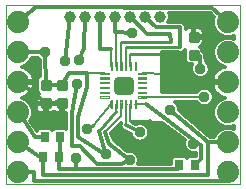
<source format=gtl>
G75*
%MOIN*%
%OFA0B0*%
%FSLAX24Y24*%
%IPPOS*%
%LPD*%
%AMOC8*
5,1,8,0,0,1.08239X$1,22.5*
%
%ADD10C,0.0000*%
%ADD11C,0.0740*%
%ADD12C,0.0039*%
%ADD13C,0.0303*%
%ADD14C,0.0088*%
%ADD15R,0.0276X0.0354*%
%ADD16C,0.0394*%
%ADD17C,0.0120*%
%ADD18C,0.0376*%
%ADD19C,0.0100*%
%ADD20C,0.0079*%
D10*
X001326Y001653D02*
X001325Y007643D01*
X009134Y007644D01*
X009137Y001646D01*
X001326Y001653D01*
D11*
X001730Y002055D03*
X001730Y003055D03*
X001730Y004055D03*
X001730Y005055D03*
X001730Y006055D03*
X001730Y007055D03*
X008730Y007055D03*
X008730Y006055D03*
X008730Y005055D03*
X008730Y004055D03*
X008730Y003055D03*
X008730Y002055D03*
D12*
X006008Y004583D02*
X005732Y004583D01*
X006008Y004583D02*
X006008Y004543D01*
X005732Y004543D01*
X005732Y004583D01*
X005732Y004581D02*
X006008Y004581D01*
X006008Y004741D02*
X005732Y004741D01*
X006008Y004741D02*
X006008Y004701D01*
X005732Y004701D01*
X005732Y004741D01*
X005732Y004739D02*
X006008Y004739D01*
X006008Y004898D02*
X005732Y004898D01*
X006008Y004898D02*
X006008Y004858D01*
X005732Y004858D01*
X005732Y004898D01*
X005732Y004896D02*
X006008Y004896D01*
X006008Y005056D02*
X005732Y005056D01*
X006008Y005056D02*
X006008Y005016D01*
X005732Y005016D01*
X005732Y005056D01*
X005732Y005054D02*
X006008Y005054D01*
X006008Y005213D02*
X005732Y005213D01*
X006008Y005213D02*
X006008Y005173D01*
X005732Y005173D01*
X005732Y005213D01*
X005732Y005211D02*
X006008Y005211D01*
X006008Y005371D02*
X005732Y005371D01*
X006008Y005371D02*
X006008Y005331D01*
X005732Y005331D01*
X005732Y005371D01*
X005732Y005369D02*
X006008Y005369D01*
X005614Y005449D02*
X005614Y005725D01*
X005654Y005725D01*
X005654Y005449D01*
X005614Y005449D01*
X005614Y005487D02*
X005654Y005487D01*
X005654Y005525D02*
X005614Y005525D01*
X005614Y005563D02*
X005654Y005563D01*
X005654Y005601D02*
X005614Y005601D01*
X005614Y005639D02*
X005654Y005639D01*
X005654Y005677D02*
X005614Y005677D01*
X005614Y005715D02*
X005654Y005715D01*
X005456Y005725D02*
X005456Y005449D01*
X005456Y005725D02*
X005496Y005725D01*
X005496Y005449D01*
X005456Y005449D01*
X005456Y005487D02*
X005496Y005487D01*
X005496Y005525D02*
X005456Y005525D01*
X005456Y005563D02*
X005496Y005563D01*
X005496Y005601D02*
X005456Y005601D01*
X005456Y005639D02*
X005496Y005639D01*
X005496Y005677D02*
X005456Y005677D01*
X005456Y005715D02*
X005496Y005715D01*
X005299Y005725D02*
X005299Y005449D01*
X005299Y005725D02*
X005339Y005725D01*
X005339Y005449D01*
X005299Y005449D01*
X005299Y005487D02*
X005339Y005487D01*
X005339Y005525D02*
X005299Y005525D01*
X005299Y005563D02*
X005339Y005563D01*
X005339Y005601D02*
X005299Y005601D01*
X005299Y005639D02*
X005339Y005639D01*
X005339Y005677D02*
X005299Y005677D01*
X005299Y005715D02*
X005339Y005715D01*
X005141Y005725D02*
X005141Y005449D01*
X005141Y005725D02*
X005181Y005725D01*
X005181Y005449D01*
X005141Y005449D01*
X005141Y005487D02*
X005181Y005487D01*
X005181Y005525D02*
X005141Y005525D01*
X005141Y005563D02*
X005181Y005563D01*
X005181Y005601D02*
X005141Y005601D01*
X005141Y005639D02*
X005181Y005639D01*
X005181Y005677D02*
X005141Y005677D01*
X005141Y005715D02*
X005181Y005715D01*
X004984Y005725D02*
X004984Y005449D01*
X004984Y005725D02*
X005024Y005725D01*
X005024Y005449D01*
X004984Y005449D01*
X004984Y005487D02*
X005024Y005487D01*
X005024Y005525D02*
X004984Y005525D01*
X004984Y005563D02*
X005024Y005563D01*
X005024Y005601D02*
X004984Y005601D01*
X004984Y005639D02*
X005024Y005639D01*
X005024Y005677D02*
X004984Y005677D01*
X004984Y005715D02*
X005024Y005715D01*
X004826Y005725D02*
X004826Y005449D01*
X004826Y005725D02*
X004866Y005725D01*
X004866Y005449D01*
X004826Y005449D01*
X004826Y005487D02*
X004866Y005487D01*
X004866Y005525D02*
X004826Y005525D01*
X004826Y005563D02*
X004866Y005563D01*
X004866Y005601D02*
X004826Y005601D01*
X004826Y005639D02*
X004866Y005639D01*
X004866Y005677D02*
X004826Y005677D01*
X004826Y005715D02*
X004866Y005715D01*
X004748Y005331D02*
X004472Y005331D01*
X004472Y005371D01*
X004748Y005371D01*
X004748Y005331D01*
X004748Y005369D02*
X004472Y005369D01*
X004472Y005173D02*
X004748Y005173D01*
X004472Y005173D02*
X004472Y005213D01*
X004748Y005213D01*
X004748Y005173D01*
X004748Y005211D02*
X004472Y005211D01*
X004472Y005016D02*
X004748Y005016D01*
X004472Y005016D02*
X004472Y005056D01*
X004748Y005056D01*
X004748Y005016D01*
X004748Y005054D02*
X004472Y005054D01*
X004472Y004858D02*
X004748Y004858D01*
X004472Y004858D02*
X004472Y004898D01*
X004748Y004898D01*
X004748Y004858D01*
X004748Y004896D02*
X004472Y004896D01*
X004472Y004701D02*
X004748Y004701D01*
X004472Y004701D02*
X004472Y004741D01*
X004748Y004741D01*
X004748Y004701D01*
X004748Y004739D02*
X004472Y004739D01*
X004472Y004543D02*
X004748Y004543D01*
X004472Y004543D02*
X004472Y004583D01*
X004748Y004583D01*
X004748Y004543D01*
X004748Y004581D02*
X004472Y004581D01*
X004866Y004465D02*
X004866Y004189D01*
X004826Y004189D01*
X004826Y004465D01*
X004866Y004465D01*
X004866Y004227D02*
X004826Y004227D01*
X004826Y004265D02*
X004866Y004265D01*
X004866Y004303D02*
X004826Y004303D01*
X004826Y004341D02*
X004866Y004341D01*
X004866Y004379D02*
X004826Y004379D01*
X004826Y004417D02*
X004866Y004417D01*
X004866Y004455D02*
X004826Y004455D01*
X005024Y004465D02*
X005024Y004189D01*
X004984Y004189D01*
X004984Y004465D01*
X005024Y004465D01*
X005024Y004227D02*
X004984Y004227D01*
X004984Y004265D02*
X005024Y004265D01*
X005024Y004303D02*
X004984Y004303D01*
X004984Y004341D02*
X005024Y004341D01*
X005024Y004379D02*
X004984Y004379D01*
X004984Y004417D02*
X005024Y004417D01*
X005024Y004455D02*
X004984Y004455D01*
X005181Y004465D02*
X005181Y004189D01*
X005141Y004189D01*
X005141Y004465D01*
X005181Y004465D01*
X005181Y004227D02*
X005141Y004227D01*
X005141Y004265D02*
X005181Y004265D01*
X005181Y004303D02*
X005141Y004303D01*
X005141Y004341D02*
X005181Y004341D01*
X005181Y004379D02*
X005141Y004379D01*
X005141Y004417D02*
X005181Y004417D01*
X005181Y004455D02*
X005141Y004455D01*
X005339Y004465D02*
X005339Y004189D01*
X005299Y004189D01*
X005299Y004465D01*
X005339Y004465D01*
X005339Y004227D02*
X005299Y004227D01*
X005299Y004265D02*
X005339Y004265D01*
X005339Y004303D02*
X005299Y004303D01*
X005299Y004341D02*
X005339Y004341D01*
X005339Y004379D02*
X005299Y004379D01*
X005299Y004417D02*
X005339Y004417D01*
X005339Y004455D02*
X005299Y004455D01*
X005496Y004465D02*
X005496Y004189D01*
X005456Y004189D01*
X005456Y004465D01*
X005496Y004465D01*
X005496Y004227D02*
X005456Y004227D01*
X005456Y004265D02*
X005496Y004265D01*
X005496Y004303D02*
X005456Y004303D01*
X005456Y004341D02*
X005496Y004341D01*
X005496Y004379D02*
X005456Y004379D01*
X005456Y004417D02*
X005496Y004417D01*
X005496Y004455D02*
X005456Y004455D01*
X005654Y004465D02*
X005654Y004189D01*
X005614Y004189D01*
X005614Y004465D01*
X005654Y004465D01*
X005654Y004227D02*
X005614Y004227D01*
X005614Y004265D02*
X005654Y004265D01*
X005654Y004303D02*
X005614Y004303D01*
X005614Y004341D02*
X005654Y004341D01*
X005654Y004379D02*
X005614Y004379D01*
X005614Y004417D02*
X005654Y004417D01*
X005654Y004455D02*
X005614Y004455D01*
D13*
X005423Y004805D02*
X005057Y004805D01*
X005057Y005109D01*
X005423Y005109D01*
X005423Y004805D01*
X005423Y005107D02*
X005057Y005107D01*
D14*
X003337Y005085D02*
X003337Y004823D01*
X003075Y004823D01*
X003075Y005085D01*
X003337Y005085D01*
X003337Y004910D02*
X003075Y004910D01*
X003075Y004997D02*
X003337Y004997D01*
X003337Y005084D02*
X003075Y005084D01*
X002523Y005082D02*
X002523Y004820D01*
X002523Y005082D02*
X002785Y005082D01*
X002785Y004820D01*
X002523Y004820D01*
X002523Y004907D02*
X002785Y004907D01*
X002785Y004994D02*
X002523Y004994D01*
X002523Y005081D02*
X002785Y005081D01*
X002523Y004482D02*
X002523Y004220D01*
X002523Y004482D02*
X002785Y004482D01*
X002785Y004220D01*
X002523Y004220D01*
X002523Y004307D02*
X002785Y004307D01*
X002785Y004394D02*
X002523Y004394D01*
X002523Y004481D02*
X002785Y004481D01*
X003337Y004485D02*
X003337Y004223D01*
X003075Y004223D01*
X003075Y004485D01*
X003337Y004485D01*
X003337Y004310D02*
X003075Y004310D01*
X003075Y004397D02*
X003337Y004397D01*
X003337Y004484D02*
X003075Y004484D01*
X007715Y005826D02*
X007715Y006088D01*
X007715Y005826D02*
X007453Y005826D01*
X007453Y006088D01*
X007715Y006088D01*
X007715Y005913D02*
X007453Y005913D01*
X007453Y006000D02*
X007715Y006000D01*
X007715Y006087D02*
X007453Y006087D01*
X007715Y006426D02*
X007715Y006688D01*
X007715Y006426D02*
X007453Y006426D01*
X007453Y006688D01*
X007715Y006688D01*
X007715Y006513D02*
X007453Y006513D01*
X007453Y006600D02*
X007715Y006600D01*
X007715Y006687D02*
X007453Y006687D01*
D15*
X003135Y003228D03*
X002623Y003228D03*
X002573Y002573D03*
X003085Y002573D03*
X007102Y002289D03*
X007614Y002289D03*
D16*
X006466Y007218D03*
X005966Y007218D03*
X005466Y007218D03*
X004966Y007218D03*
X004466Y007218D03*
X003966Y007218D03*
X003466Y007218D03*
D17*
X003285Y005758D01*
X003416Y005359D02*
X003956Y005358D01*
X004045Y005349D01*
X004038Y004895D01*
X003713Y003890D01*
X003729Y003217D01*
X004649Y002642D01*
X004679Y002647D01*
X004649Y002642D02*
X004414Y003429D01*
X004640Y003382D02*
X004779Y003008D01*
X005447Y002467D01*
X005154Y002335D01*
X004364Y002341D01*
X003786Y002920D01*
X003513Y002941D01*
X003517Y004013D01*
X003691Y004991D01*
X003416Y005359D02*
X003206Y004954D01*
X002654Y004951D01*
X002641Y006052D01*
X001730Y006055D01*
X002185Y005874D02*
X002145Y005778D01*
X002008Y005640D01*
X001847Y005573D01*
X001854Y005572D01*
X001934Y005546D01*
X002008Y005509D01*
X002075Y005460D01*
X002134Y005401D01*
X002183Y005333D01*
X002221Y005259D01*
X002247Y005179D01*
X002260Y005097D01*
X002260Y005095D01*
X001770Y005095D01*
X001770Y005015D01*
X002260Y005015D01*
X002260Y005014D01*
X002247Y004931D01*
X002221Y004852D01*
X002183Y004777D01*
X002134Y004710D01*
X002075Y004651D01*
X002008Y004602D01*
X001934Y004564D01*
X001854Y004538D01*
X001847Y004537D01*
X002008Y004471D01*
X002145Y004333D01*
X002220Y004153D01*
X002220Y003958D01*
X002145Y003778D01*
X002142Y003774D01*
X002365Y003440D01*
X002365Y003455D01*
X002435Y003525D01*
X002810Y003525D01*
X002879Y003456D01*
X002947Y003525D01*
X003322Y003525D01*
X003335Y003512D01*
X003337Y003956D01*
X003326Y003971D01*
X003335Y004019D01*
X003233Y004019D01*
X003233Y004327D01*
X003178Y004327D01*
X002871Y004327D01*
X002871Y004323D01*
X002681Y004323D01*
X002681Y004016D01*
X002812Y004016D01*
X002864Y004030D01*
X003008Y004030D01*
X002996Y004033D02*
X003048Y004019D01*
X003178Y004019D01*
X003178Y004327D01*
X003178Y004382D01*
X002989Y004382D01*
X002989Y004378D01*
X002681Y004378D01*
X002681Y004323D01*
X002626Y004323D01*
X002626Y004016D01*
X002496Y004016D01*
X002444Y004030D01*
X002397Y004057D01*
X002359Y004095D01*
X002333Y004141D01*
X002319Y004193D01*
X002319Y004323D01*
X002626Y004323D01*
X002626Y004378D01*
X002319Y004378D01*
X002319Y004509D01*
X002333Y004561D01*
X002359Y004607D01*
X002397Y004645D01*
X002440Y004670D01*
X002359Y004752D01*
X002359Y005150D01*
X002455Y005246D01*
X002470Y005246D01*
X002464Y005793D01*
X002385Y005873D01*
X002185Y005874D01*
X002158Y005808D02*
X002450Y005808D01*
X002466Y005689D02*
X002057Y005689D01*
X001859Y005571D02*
X002467Y005571D01*
X002468Y005452D02*
X002083Y005452D01*
X002183Y005334D02*
X002469Y005334D01*
X002424Y005215D02*
X002235Y005215D01*
X002260Y005097D02*
X002359Y005097D01*
X002359Y004978D02*
X002254Y004978D01*
X002224Y004860D02*
X002359Y004860D01*
X002370Y004741D02*
X002157Y004741D01*
X002036Y004623D02*
X002375Y004623D01*
X002319Y004504D02*
X001927Y004504D01*
X002093Y004386D02*
X002319Y004386D01*
X002319Y004267D02*
X002173Y004267D01*
X002220Y004149D02*
X002331Y004149D01*
X002220Y004030D02*
X002444Y004030D01*
X002626Y004030D02*
X002681Y004030D01*
X002681Y004149D02*
X002626Y004149D01*
X002626Y004267D02*
X002681Y004267D01*
X002654Y004351D02*
X001730Y005086D01*
X001730Y005055D01*
X002654Y004351D02*
X002912Y004344D01*
X003206Y004354D01*
X003178Y004267D02*
X003233Y004267D01*
X003233Y004149D02*
X003178Y004149D01*
X003178Y004030D02*
X003233Y004030D01*
X003336Y003912D02*
X002201Y003912D01*
X002152Y003793D02*
X003336Y003793D01*
X003336Y003675D02*
X002209Y003675D01*
X002288Y003556D02*
X003335Y003556D01*
X003135Y003228D02*
X003135Y003221D01*
X003135Y003228D02*
X003125Y002579D01*
X003085Y002573D01*
X003082Y002573D01*
X003082Y002156D01*
X003674Y002155D01*
X003675Y002517D01*
X003674Y002155D02*
X007068Y002150D01*
X007102Y002289D01*
X006844Y002330D02*
X006844Y002516D01*
X006914Y002586D01*
X007289Y002586D01*
X007358Y002518D01*
X007426Y002586D01*
X007657Y002586D01*
X007658Y002712D01*
X007640Y002704D01*
X007517Y002704D01*
X007404Y002751D01*
X007317Y002837D01*
X007270Y002951D01*
X007270Y003073D01*
X007295Y003133D01*
X006530Y003705D01*
X005577Y003698D01*
X005656Y003657D01*
X005735Y003690D01*
X005858Y003690D01*
X005971Y003643D01*
X006058Y003556D01*
X006730Y003556D01*
X006888Y003438D02*
X006105Y003438D01*
X006105Y003443D02*
X006058Y003556D01*
X006105Y003443D02*
X006105Y003320D01*
X006058Y003207D01*
X005971Y003120D01*
X005858Y003074D01*
X005735Y003074D01*
X005622Y003120D01*
X005535Y003207D01*
X005489Y003320D01*
X005489Y003338D01*
X005175Y003500D01*
X005130Y003642D01*
X005157Y003694D01*
X005154Y003694D01*
X004840Y003361D01*
X004930Y003116D01*
X005364Y002766D01*
X005386Y002775D01*
X005508Y002775D01*
X005622Y002728D01*
X005708Y002642D01*
X005755Y002528D01*
X005755Y002406D01*
X005725Y002332D01*
X006844Y002330D01*
X006844Y002371D02*
X005741Y002371D01*
X005755Y002490D02*
X006844Y002490D01*
X007314Y002845D02*
X005266Y002845D01*
X005119Y002964D02*
X007270Y002964D01*
X007274Y003082D02*
X005878Y003082D01*
X005715Y003082D02*
X004973Y003082D01*
X004899Y003201D02*
X005542Y003201D01*
X005489Y003319D02*
X004855Y003319D01*
X004912Y003438D02*
X005295Y003438D01*
X005157Y003556D02*
X005024Y003556D01*
X005136Y003675D02*
X005147Y003675D01*
X005324Y003625D02*
X005797Y003382D01*
X006051Y003201D02*
X007205Y003201D01*
X007046Y003319D02*
X006104Y003319D01*
X006124Y002928D02*
X006124Y003765D01*
X005895Y003675D02*
X006571Y003675D01*
X006794Y004143D02*
X008072Y003055D01*
X008730Y003055D01*
X008274Y003235D02*
X008315Y003333D01*
X008453Y003471D01*
X008633Y003545D01*
X008828Y003545D01*
X008926Y003504D01*
X008926Y003606D01*
X008828Y003565D01*
X008633Y003565D01*
X008453Y003640D01*
X008315Y003778D01*
X008240Y003958D01*
X008240Y004153D01*
X008315Y004333D01*
X008453Y004471D01*
X008613Y004537D01*
X008606Y004538D01*
X008527Y004564D01*
X008452Y004602D01*
X008385Y004651D01*
X008326Y004710D01*
X008277Y004777D01*
X008239Y004852D01*
X008213Y004931D01*
X008200Y005014D01*
X008200Y005015D01*
X008690Y005015D01*
X008690Y005095D01*
X008200Y005095D01*
X008200Y005097D01*
X008213Y005179D01*
X008239Y005259D01*
X008277Y005333D01*
X008326Y005401D01*
X008385Y005460D01*
X008452Y005509D01*
X008527Y005546D01*
X008606Y005572D01*
X008613Y005573D01*
X008453Y005640D01*
X008315Y005778D01*
X008240Y005958D01*
X008240Y006153D01*
X008315Y006333D01*
X008453Y006471D01*
X008633Y006545D01*
X008828Y006545D01*
X008924Y006505D01*
X008924Y006605D01*
X008828Y006565D01*
X008633Y006565D01*
X008453Y006640D01*
X008315Y006778D01*
X008240Y006958D01*
X008240Y007153D01*
X008273Y007232D01*
X008136Y007358D01*
X006749Y007364D01*
X006783Y007281D01*
X006783Y007155D01*
X006746Y007066D01*
X007065Y007065D01*
X007065Y007065D01*
X007141Y007065D01*
X007214Y007065D01*
X007214Y007064D01*
X007214Y007064D01*
X007267Y007011D01*
X007319Y006959D01*
X007319Y006959D01*
X007319Y006959D01*
X007319Y006883D01*
X007319Y006843D01*
X007327Y006852D01*
X007374Y006878D01*
X007426Y006892D01*
X007556Y006892D01*
X007556Y006585D01*
X007611Y006585D01*
X007611Y006892D01*
X007742Y006892D01*
X007794Y006878D01*
X007840Y006852D01*
X007878Y006814D01*
X007905Y006767D01*
X007919Y006715D01*
X007919Y006585D01*
X007611Y006585D01*
X007611Y006530D01*
X007919Y006530D01*
X007919Y006399D01*
X007905Y006347D01*
X007878Y006301D01*
X007840Y006263D01*
X007797Y006238D01*
X007879Y006156D01*
X007879Y006106D01*
X007891Y006105D01*
X007930Y006056D01*
X007975Y006014D01*
X007975Y006000D01*
X007984Y005989D01*
X007977Y005927D01*
X007982Y005757D01*
X007984Y005756D01*
X008071Y005669D01*
X008118Y005556D01*
X008118Y005433D01*
X008071Y005320D01*
X007984Y005233D01*
X007871Y005187D01*
X007748Y005187D01*
X007635Y005233D01*
X007548Y005320D01*
X007501Y005433D01*
X007501Y005556D01*
X007546Y005662D01*
X007385Y005662D01*
X007289Y005758D01*
X007289Y006113D01*
X007216Y006040D01*
X007067Y006039D01*
X007056Y006050D01*
X006525Y006050D01*
X006537Y004724D01*
X007678Y004727D01*
X007684Y004743D01*
X007771Y004830D01*
X007884Y004877D01*
X008007Y004877D01*
X008120Y004830D01*
X008207Y004743D01*
X008254Y004630D01*
X008254Y004507D01*
X008207Y004394D01*
X008120Y004307D01*
X008007Y004261D01*
X007884Y004261D01*
X007771Y004307D01*
X007684Y004394D01*
X007678Y004409D01*
X006962Y004407D01*
X006968Y004404D01*
X007055Y004317D01*
X007102Y004204D01*
X007102Y004117D01*
X008138Y003235D01*
X008274Y003235D01*
X008309Y003319D02*
X008040Y003319D01*
X007900Y003438D02*
X008419Y003438D01*
X008418Y003675D02*
X007622Y003675D01*
X007483Y003793D02*
X008308Y003793D01*
X008259Y003912D02*
X007343Y003912D01*
X007204Y004030D02*
X008240Y004030D01*
X008240Y004149D02*
X007102Y004149D01*
X007076Y004267D02*
X007869Y004267D01*
X007693Y004386D02*
X006987Y004386D01*
X006537Y004741D02*
X007683Y004741D01*
X007842Y004860D02*
X006536Y004860D01*
X006535Y004978D02*
X008206Y004978D01*
X008191Y005092D02*
X007214Y005092D01*
X007185Y005329D01*
X006699Y005343D01*
X006699Y005987D01*
X006526Y006045D02*
X007061Y006045D01*
X007221Y006045D02*
X007289Y006045D01*
X007289Y005926D02*
X006527Y005926D01*
X006528Y005808D02*
X007289Y005808D01*
X007358Y005689D02*
X006529Y005689D01*
X006530Y005571D02*
X007508Y005571D01*
X007501Y005452D02*
X006531Y005452D01*
X006532Y005334D02*
X007543Y005334D01*
X007680Y005215D02*
X006533Y005215D01*
X006534Y005097D02*
X008200Y005097D01*
X008191Y005092D02*
X008001Y005029D01*
X008730Y005029D01*
X008730Y005055D01*
X008424Y004623D02*
X008254Y004623D01*
X008252Y004504D02*
X008533Y004504D01*
X008367Y004386D02*
X008198Y004386D01*
X008287Y004267D02*
X008022Y004267D01*
X008208Y004741D02*
X008303Y004741D01*
X008236Y004860D02*
X008048Y004860D01*
X008191Y005092D02*
X008191Y006557D01*
X007584Y006557D01*
X007556Y006637D02*
X007611Y006637D01*
X007611Y006756D02*
X007556Y006756D01*
X007556Y006874D02*
X007611Y006874D01*
X007801Y006874D02*
X008275Y006874D01*
X008240Y006993D02*
X007286Y006993D01*
X007319Y006874D02*
X007366Y006874D01*
X007139Y006885D02*
X007138Y006602D01*
X007140Y006219D01*
X006813Y006410D02*
X006812Y006667D01*
X006040Y006662D01*
X005472Y007255D01*
X005466Y007218D01*
X004971Y007267D02*
X004970Y006743D01*
X004966Y007218D01*
X004466Y007218D02*
X004475Y006166D01*
X004824Y006166D01*
X004999Y006718D02*
X004970Y006743D01*
X004999Y006718D02*
X005533Y006712D01*
X005966Y007218D02*
X006316Y006888D01*
X007139Y006885D01*
X006765Y007111D02*
X008240Y007111D01*
X008272Y007230D02*
X006783Y007230D01*
X006755Y007348D02*
X008147Y007348D01*
X008206Y007538D02*
X008730Y007055D01*
X008337Y006756D02*
X007908Y006756D01*
X007919Y006637D02*
X008459Y006637D01*
X008568Y006519D02*
X007919Y006519D01*
X007919Y006400D02*
X008382Y006400D01*
X008293Y006282D02*
X007859Y006282D01*
X007872Y006163D02*
X008244Y006163D01*
X008240Y006045D02*
X007942Y006045D01*
X007977Y005926D02*
X008253Y005926D01*
X008302Y005808D02*
X007981Y005808D01*
X008051Y005689D02*
X008403Y005689D01*
X008601Y005571D02*
X008112Y005571D01*
X008118Y005452D02*
X008377Y005452D01*
X008277Y005334D02*
X008076Y005334D01*
X007940Y005215D02*
X008225Y005215D01*
X007810Y005495D02*
X007797Y005934D01*
X007584Y005957D01*
X008892Y006519D02*
X008924Y006519D01*
X008206Y007538D02*
X002333Y007564D01*
X001730Y007055D01*
X003946Y006204D02*
X003777Y005797D01*
X003946Y006204D02*
X003966Y007218D01*
X005999Y004327D02*
X007767Y003004D01*
X007579Y003012D01*
X007767Y003004D02*
X007842Y002964D01*
X007835Y002493D01*
X007614Y002289D01*
X007657Y002608D02*
X005722Y002608D01*
X005623Y002727D02*
X007463Y002727D01*
X008072Y003055D02*
X008072Y001962D01*
X002573Y001962D01*
X002573Y002573D01*
X002473Y002571D01*
X001730Y003055D01*
X002284Y003238D02*
X001914Y003791D01*
X001730Y004055D01*
X002284Y003238D02*
X002623Y003228D01*
X002864Y004030D02*
X002910Y004057D01*
X002931Y004078D01*
X002949Y004060D01*
X002996Y004033D01*
X004043Y003508D02*
X004219Y003592D01*
X005621Y003675D02*
X005698Y003675D01*
X006124Y002928D02*
X006111Y002491D01*
X007761Y003556D02*
X008926Y003556D01*
X008730Y002055D02*
X008730Y001757D01*
X002271Y001757D01*
X002271Y002055D01*
X001730Y002055D01*
D18*
X003675Y002517D03*
X004679Y002647D03*
X005152Y003338D03*
X005797Y003382D03*
X006782Y002693D03*
X006111Y002491D03*
X005447Y002467D03*
X004043Y003508D03*
X003138Y003762D03*
X003691Y004991D03*
X003777Y005797D03*
X003285Y005758D03*
X002641Y006052D03*
X005533Y006712D03*
X007810Y005495D03*
X007945Y004569D03*
X007808Y003756D03*
X007579Y003012D03*
X006794Y004143D03*
D19*
X006124Y003765D02*
X005476Y003771D01*
X005004Y004112D02*
X004414Y003429D01*
X004844Y004216D02*
X004845Y004430D01*
X004846Y004327D01*
X005317Y004327D02*
X005319Y004327D01*
X005870Y005351D02*
X005867Y005357D01*
X005474Y005987D02*
X006699Y005987D01*
X006813Y006410D02*
X005161Y006407D01*
X005316Y006222D02*
X007140Y006219D01*
X004610Y005351D02*
X004607Y005349D01*
D20*
X004045Y005349D01*
X004846Y005587D02*
X004824Y006166D01*
X005161Y006407D02*
X005161Y005587D01*
X005004Y005587D02*
X004999Y006718D01*
X005316Y006222D02*
X005319Y005587D01*
X005476Y005587D02*
X005474Y005987D01*
X005867Y005357D02*
X006699Y005343D01*
X005870Y004563D02*
X007945Y004569D01*
X005999Y004327D02*
X005634Y004327D01*
X005476Y004327D02*
X005476Y003771D01*
X005319Y003834D02*
X005324Y003625D01*
X005319Y003834D02*
X005317Y004327D01*
X005161Y004327D02*
X005160Y003933D01*
X004640Y003382D01*
X004219Y003592D02*
X004846Y004327D01*
X005004Y004327D02*
X005004Y004112D01*
M02*

</source>
